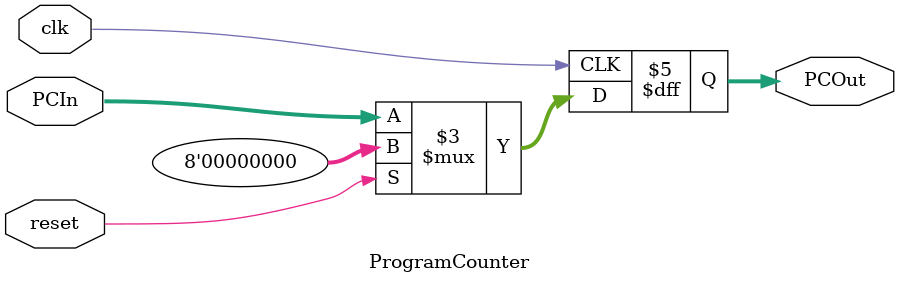
<source format=v>
module ProgramCounter(clk, reset, PCOut, PCIn);

	input clk;
	input reset;
	input [7:0]PCIn;
	output reg [7:0]PCOut; 

	always @(posedge clk)
	begin
		if (reset)
			PCOut = 0;
		else 
			PCOut = PCIn;
		
	end

endmodule
</source>
